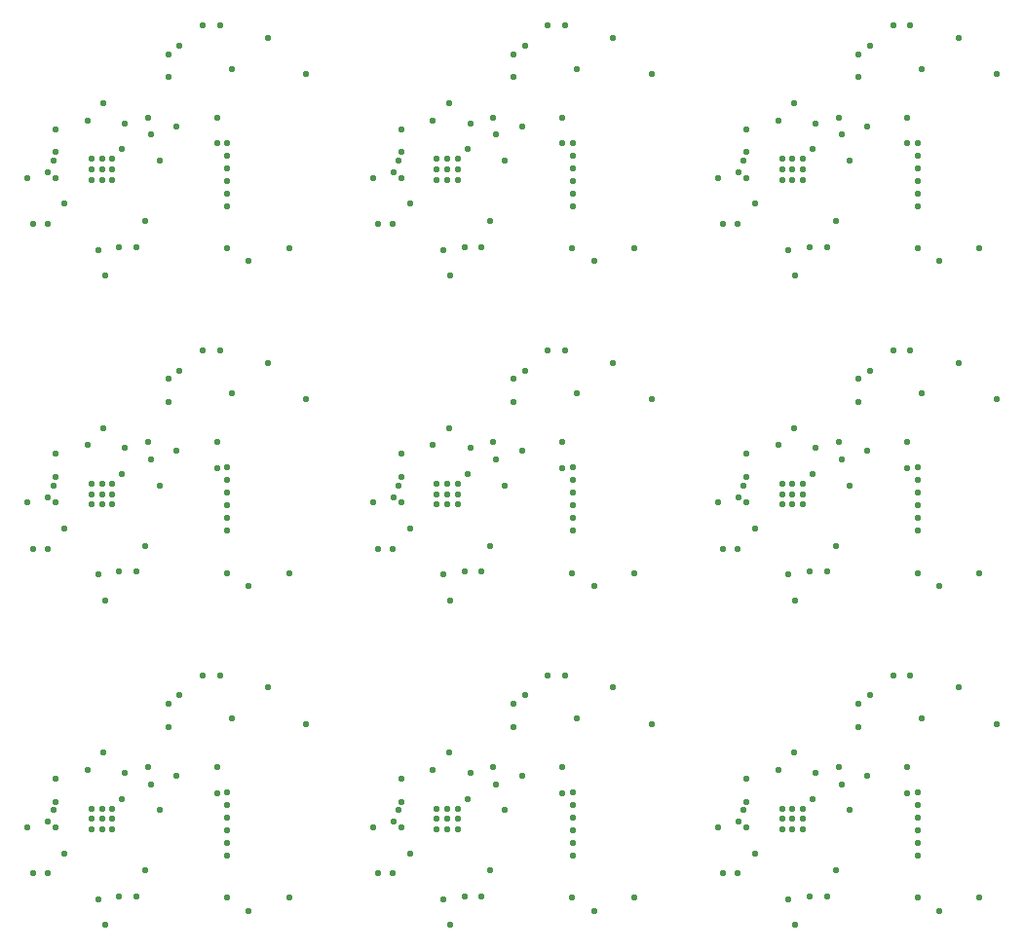
<source format=gbs>
%FSLAX46Y46*%
%MOMM*%
%AMPS10*
1,1,0.550000,0.000000,0.000000*
%
%ADD10PS10*%
G01*
%LPD*%
G01*
%LPD*%
G75*
D10*
X48250000Y43500000D03*
D10*
X51000000Y33250000D03*
D10*
X38250000Y42150000D03*
D10*
X49150000Y42445000D03*
D10*
X39150000Y40350000D03*
D10*
X47000000Y53750000D03*
D10*
X48500000Y53750000D03*
D10*
X34250000Y42750000D03*
D10*
X40000000Y43000000D03*
D10*
X34250000Y40500000D03*
D10*
X33549989Y41000000D03*
D10*
X44000000Y49250000D03*
D10*
X56000000Y49500000D03*
D10*
X37895000Y34250000D03*
D10*
X38500000Y32000000D03*
D10*
X48250000Y45750000D03*
D10*
X39150000Y41250000D03*
D10*
X49500000Y50000000D03*
D10*
X42000000Y36750000D03*
D10*
X37350000Y40350000D03*
D10*
X43250000Y42000000D03*
D10*
X40250000Y45250000D03*
D10*
X38250000Y41250000D03*
D10*
X42250000Y45750000D03*
D10*
X39150000Y42150000D03*
D10*
X35000000Y38250000D03*
D10*
X31780025Y40500000D03*
D10*
X34250000Y44750000D03*
D10*
X42500000Y44250000D03*
D10*
X39750000Y34500000D03*
D10*
X37000000Y45500000D03*
D10*
X38250000Y40350000D03*
D10*
X54500000Y34375000D03*
D10*
X37350000Y41250000D03*
D10*
X38375000Y47000000D03*
D10*
X49150000Y43545000D03*
D10*
X49100000Y34375000D03*
D10*
X49150000Y38045000D03*
D10*
X45000000Y52000000D03*
D10*
X34000000Y42000000D03*
D10*
X49150000Y41345000D03*
D10*
X49150000Y39145000D03*
D10*
X49150000Y40250000D03*
D10*
X33500000Y36500000D03*
D10*
X44750000Y45000000D03*
D10*
X41250000Y34500000D03*
D10*
X52674944Y52675008D03*
D10*
X32250000Y36500000D03*
D10*
X37350000Y42150000D03*
D10*
X44000000Y51250000D03*
D10*
X78250000Y43500000D03*
D10*
X81000000Y33250000D03*
D10*
X68250000Y42150000D03*
D10*
X79150000Y42445000D03*
D10*
X69150000Y40350000D03*
D10*
X77000000Y53750000D03*
D10*
X78500000Y53750000D03*
D10*
X64250000Y42750000D03*
D10*
X70000000Y43000000D03*
D10*
X64250000Y40500000D03*
D10*
X63549989Y41000000D03*
D10*
X74000000Y49250000D03*
D10*
X86000000Y49500000D03*
D10*
X67895000Y34250000D03*
D10*
X68500000Y32000000D03*
D10*
X78250000Y45750000D03*
D10*
X69150000Y41250000D03*
D10*
X79500000Y50000000D03*
D10*
X72000000Y36750000D03*
D10*
X67350000Y40350000D03*
D10*
X73250000Y42000000D03*
D10*
X70250000Y45250000D03*
D10*
X68250000Y41250000D03*
D10*
X72250000Y45750000D03*
D10*
X69150000Y42150000D03*
D10*
X65000000Y38250000D03*
D10*
X61780025Y40500000D03*
D10*
X64250000Y44750000D03*
D10*
X72500000Y44250000D03*
D10*
X69750000Y34500000D03*
D10*
X67000000Y45500000D03*
D10*
X68250000Y40350000D03*
D10*
X84500000Y34375000D03*
D10*
X67350000Y41250000D03*
D10*
X68375000Y47000000D03*
D10*
X79150000Y43545000D03*
D10*
X79100000Y34375000D03*
D10*
X79150000Y38045000D03*
D10*
X75000000Y52000000D03*
D10*
X64000000Y42000000D03*
D10*
X79150000Y41345000D03*
D10*
X79150000Y39145000D03*
D10*
X79150000Y40250000D03*
D10*
X63500000Y36500000D03*
D10*
X74750000Y45000000D03*
D10*
X71250000Y34500000D03*
D10*
X82674944Y52675008D03*
D10*
X62250000Y36500000D03*
D10*
X67350000Y42150000D03*
D10*
X74000000Y51250000D03*
D10*
X78250000Y15250000D03*
D10*
X81000000Y5000000D03*
D10*
X68250000Y13900000D03*
D10*
X79150000Y14195000D03*
D10*
X69150000Y12100000D03*
D10*
X77000000Y25500000D03*
D10*
X78500000Y25500000D03*
D10*
X64250000Y14500000D03*
D10*
X70000000Y14750000D03*
D10*
X64250000Y12250000D03*
D10*
X63549989Y12750000D03*
D10*
X74000000Y21000000D03*
D10*
X86000000Y21250000D03*
D10*
X67895000Y6000000D03*
D10*
X68500000Y3750000D03*
D10*
X78250000Y17500000D03*
D10*
X69150000Y13000000D03*
D10*
X79500000Y21750000D03*
D10*
X72000000Y8500000D03*
D10*
X67350000Y12100000D03*
D10*
X73250000Y13750000D03*
D10*
X70250000Y17000000D03*
D10*
X68250000Y13000000D03*
D10*
X72250000Y17500000D03*
D10*
X69150000Y13900000D03*
D10*
X65000000Y10000000D03*
D10*
X61780025Y12250000D03*
D10*
X64250000Y16500000D03*
D10*
X72500000Y16000000D03*
D10*
X69750000Y6250000D03*
D10*
X67000000Y17250000D03*
D10*
X68250000Y12100000D03*
D10*
X84500000Y6125000D03*
D10*
X67350000Y13000000D03*
D10*
X68375000Y18750000D03*
D10*
X79150000Y15295000D03*
D10*
X79100000Y6125000D03*
D10*
X79150000Y9795000D03*
D10*
X75000000Y23750000D03*
D10*
X64000000Y13750000D03*
D10*
X79150000Y13095000D03*
D10*
X79150000Y10895000D03*
D10*
X79150000Y12000000D03*
D10*
X63500000Y8250000D03*
D10*
X74750000Y16750000D03*
D10*
X71250000Y6250000D03*
D10*
X82674944Y24425008D03*
D10*
X62250000Y8250000D03*
D10*
X67350000Y13900000D03*
D10*
X74000000Y23000000D03*
D10*
X48250000Y71750000D03*
D10*
X51000000Y61500000D03*
D10*
X38250000Y70400000D03*
D10*
X49150000Y70695000D03*
D10*
X39150000Y68600000D03*
D10*
X47000000Y82000000D03*
D10*
X48500000Y82000000D03*
D10*
X34250000Y71000000D03*
D10*
X40000000Y71250000D03*
D10*
X34250000Y68750000D03*
D10*
X33549989Y69250000D03*
D10*
X44000000Y77500000D03*
D10*
X56000000Y77750000D03*
D10*
X37895000Y62500000D03*
D10*
X38500000Y60250000D03*
D10*
X48250000Y74000000D03*
D10*
X39150000Y69500000D03*
D10*
X49500000Y78250000D03*
D10*
X42000000Y65000000D03*
D10*
X37350000Y68600000D03*
D10*
X43250000Y70250000D03*
D10*
X40250000Y73500000D03*
D10*
X38250000Y69500000D03*
D10*
X42250000Y74000000D03*
D10*
X39150000Y70400000D03*
D10*
X35000000Y66500000D03*
D10*
X31780025Y68750000D03*
D10*
X34250000Y73000000D03*
D10*
X42500000Y72500000D03*
D10*
X39750000Y62750000D03*
D10*
X37000000Y73750000D03*
D10*
X38250000Y68600000D03*
D10*
X54500000Y62625000D03*
D10*
X37350000Y69500000D03*
D10*
X38375000Y75250000D03*
D10*
X49150000Y71795000D03*
D10*
X49100000Y62625000D03*
D10*
X49150000Y66295000D03*
D10*
X45000000Y80250000D03*
D10*
X34000000Y70250000D03*
D10*
X49150000Y69595000D03*
D10*
X49150000Y67395000D03*
D10*
X49150000Y68500000D03*
D10*
X33500000Y64750000D03*
D10*
X44750000Y73250000D03*
D10*
X41250000Y62750000D03*
D10*
X52674944Y80925008D03*
D10*
X32250000Y64750000D03*
D10*
X37350000Y70400000D03*
D10*
X44000000Y79500000D03*
D10*
X18250000Y71750000D03*
D10*
X21000000Y61500000D03*
D10*
X8250000Y70400000D03*
D10*
X19150000Y70695000D03*
D10*
X9150000Y68600000D03*
D10*
X17000000Y82000000D03*
D10*
X18500000Y82000000D03*
D10*
X4250000Y71000000D03*
D10*
X10000000Y71250000D03*
D10*
X4250000Y68750000D03*
D10*
X3549989Y69250000D03*
D10*
X14000000Y77500000D03*
D10*
X26000000Y77750000D03*
D10*
X7895000Y62500000D03*
D10*
X8500000Y60250000D03*
D10*
X18250000Y74000000D03*
D10*
X9150000Y69500000D03*
D10*
X19500000Y78250000D03*
D10*
X12000000Y65000000D03*
D10*
X7350000Y68600000D03*
D10*
X13250000Y70250000D03*
D10*
X10250000Y73500000D03*
D10*
X8250000Y69500000D03*
D10*
X12250000Y74000000D03*
D10*
X9150000Y70400000D03*
D10*
X5000000Y66500000D03*
D10*
X1780025Y68750000D03*
D10*
X4250000Y73000000D03*
D10*
X12500000Y72500000D03*
D10*
X9750000Y62750000D03*
D10*
X7000000Y73750000D03*
D10*
X8250000Y68600000D03*
D10*
X24500000Y62625000D03*
D10*
X7350000Y69500000D03*
D10*
X8375000Y75250000D03*
D10*
X19150000Y71795000D03*
D10*
X19100000Y62625000D03*
D10*
X19150000Y66295000D03*
D10*
X15000000Y80250000D03*
D10*
X4000000Y70250000D03*
D10*
X19150000Y69595000D03*
D10*
X19150000Y67395000D03*
D10*
X19150000Y68500000D03*
D10*
X3500000Y64750000D03*
D10*
X14750000Y73250000D03*
D10*
X11250000Y62750000D03*
D10*
X22674944Y80925008D03*
D10*
X2250000Y64750000D03*
D10*
X7350000Y70400000D03*
D10*
X14000000Y79500000D03*
D10*
X18250000Y43500000D03*
D10*
X21000000Y33250000D03*
D10*
X8250000Y42150000D03*
D10*
X19150000Y42445000D03*
D10*
X9150000Y40350000D03*
D10*
X17000000Y53750000D03*
D10*
X18500000Y53750000D03*
D10*
X4250000Y42750000D03*
D10*
X10000000Y43000000D03*
D10*
X4250000Y40500000D03*
D10*
X3549989Y41000000D03*
D10*
X14000000Y49250000D03*
D10*
X26000000Y49500000D03*
D10*
X7895000Y34250000D03*
D10*
X8500000Y32000000D03*
D10*
X18250000Y45750000D03*
D10*
X9150000Y41250000D03*
D10*
X19500000Y50000000D03*
D10*
X12000000Y36750000D03*
D10*
X7350000Y40350000D03*
D10*
X13250000Y42000000D03*
D10*
X10250000Y45250000D03*
D10*
X8250000Y41250000D03*
D10*
X12250000Y45750000D03*
D10*
X9150000Y42150000D03*
D10*
X5000000Y38250000D03*
D10*
X1780025Y40500000D03*
D10*
X4250000Y44750000D03*
D10*
X12500000Y44250000D03*
D10*
X9750000Y34500000D03*
D10*
X7000000Y45500000D03*
D10*
X8250000Y40350000D03*
D10*
X24500000Y34375000D03*
D10*
X7350000Y41250000D03*
D10*
X8375000Y47000000D03*
D10*
X19150000Y43545000D03*
D10*
X19100000Y34375000D03*
D10*
X19150000Y38045000D03*
D10*
X15000000Y52000000D03*
D10*
X4000000Y42000000D03*
D10*
X19150000Y41345000D03*
D10*
X19150000Y39145000D03*
D10*
X19150000Y40250000D03*
D10*
X3500000Y36500000D03*
D10*
X14750000Y45000000D03*
D10*
X11250000Y34500000D03*
D10*
X22674944Y52675008D03*
D10*
X2250000Y36500000D03*
D10*
X7350000Y42150000D03*
D10*
X14000000Y51250000D03*
D10*
X48250000Y15250000D03*
D10*
X51000000Y5000000D03*
D10*
X38250000Y13900000D03*
D10*
X49150000Y14195000D03*
D10*
X39150000Y12100000D03*
D10*
X47000000Y25500000D03*
D10*
X48500000Y25500000D03*
D10*
X34250000Y14500000D03*
D10*
X40000000Y14750000D03*
D10*
X34250000Y12250000D03*
D10*
X33549989Y12750000D03*
D10*
X44000000Y21000000D03*
D10*
X56000000Y21250000D03*
D10*
X37895000Y6000000D03*
D10*
X38500000Y3750000D03*
D10*
X48250000Y17500000D03*
D10*
X39150000Y13000000D03*
D10*
X49500000Y21750000D03*
D10*
X42000000Y8500000D03*
D10*
X37350000Y12100000D03*
D10*
X43250000Y13750000D03*
D10*
X40250000Y17000000D03*
D10*
X38250000Y13000000D03*
D10*
X42250000Y17500000D03*
D10*
X39150000Y13900000D03*
D10*
X35000000Y10000000D03*
D10*
X31780025Y12250000D03*
D10*
X34250000Y16500000D03*
D10*
X42500000Y16000000D03*
D10*
X39750000Y6250000D03*
D10*
X37000000Y17250000D03*
D10*
X38250000Y12100000D03*
D10*
X54500000Y6125000D03*
D10*
X37350000Y13000000D03*
D10*
X38375000Y18750000D03*
D10*
X49150000Y15295000D03*
D10*
X49100000Y6125000D03*
D10*
X49150000Y9795000D03*
D10*
X45000000Y23750000D03*
D10*
X34000000Y13750000D03*
D10*
X49150000Y13095000D03*
D10*
X49150000Y10895000D03*
D10*
X49150000Y12000000D03*
D10*
X33500000Y8250000D03*
D10*
X44750000Y16750000D03*
D10*
X41250000Y6250000D03*
D10*
X52674944Y24425008D03*
D10*
X32250000Y8250000D03*
D10*
X37350000Y13900000D03*
D10*
X44000000Y23000000D03*
D10*
X18250000Y15250000D03*
D10*
X21000000Y5000000D03*
D10*
X8250000Y13900000D03*
D10*
X19150000Y14195000D03*
D10*
X9150000Y12100000D03*
D10*
X17000000Y25500000D03*
D10*
X18500000Y25500000D03*
D10*
X4250000Y14500000D03*
D10*
X10000000Y14750000D03*
D10*
X4250000Y12250000D03*
D10*
X3549989Y12750000D03*
D10*
X14000000Y21000000D03*
D10*
X26000000Y21250000D03*
D10*
X7895000Y6000000D03*
D10*
X8500000Y3750000D03*
D10*
X18250000Y17500000D03*
D10*
X9150000Y13000000D03*
D10*
X19500000Y21750000D03*
D10*
X12000000Y8500000D03*
D10*
X7350000Y12100000D03*
D10*
X13250000Y13750000D03*
D10*
X10250000Y17000000D03*
D10*
X8250000Y13000000D03*
D10*
X12250000Y17500000D03*
D10*
X9150000Y13900000D03*
D10*
X5000000Y10000000D03*
D10*
X1780025Y12250000D03*
D10*
X4250000Y16500000D03*
D10*
X12500000Y16000000D03*
D10*
X9750000Y6250000D03*
D10*
X7000000Y17250000D03*
D10*
X8250000Y12100000D03*
D10*
X24500000Y6125000D03*
D10*
X7350000Y13000000D03*
D10*
X8375000Y18750000D03*
D10*
X19150000Y15295000D03*
D10*
X19100000Y6125000D03*
D10*
X19150000Y9795000D03*
D10*
X15000000Y23750000D03*
D10*
X4000000Y13750000D03*
D10*
X19150000Y13095000D03*
D10*
X19150000Y10895000D03*
D10*
X19150000Y12000000D03*
D10*
X3500000Y8250000D03*
D10*
X14750000Y16750000D03*
D10*
X11250000Y6250000D03*
D10*
X22674944Y24425008D03*
D10*
X2250000Y8250000D03*
D10*
X7350000Y13900000D03*
D10*
X14000000Y23000000D03*
D10*
X78250000Y71750000D03*
D10*
X81000000Y61500000D03*
D10*
X68250000Y70400000D03*
D10*
X79150000Y70695000D03*
D10*
X69150000Y68600000D03*
D10*
X77000000Y82000000D03*
D10*
X78500000Y82000000D03*
D10*
X64250000Y71000000D03*
D10*
X70000000Y71250000D03*
D10*
X64250000Y68750000D03*
D10*
X63549989Y69250000D03*
D10*
X74000000Y77500000D03*
D10*
X86000000Y77750000D03*
D10*
X67895000Y62500000D03*
D10*
X68500000Y60250000D03*
D10*
X78250000Y74000000D03*
D10*
X69150000Y69500000D03*
D10*
X79500000Y78250000D03*
D10*
X72000000Y65000000D03*
D10*
X67350000Y68600000D03*
D10*
X73250000Y70250000D03*
D10*
X70250000Y73500000D03*
D10*
X68250000Y69500000D03*
D10*
X72250000Y74000000D03*
D10*
X69150000Y70400000D03*
D10*
X65000000Y66500000D03*
D10*
X61780025Y68750000D03*
D10*
X64250000Y73000000D03*
D10*
X72500000Y72500000D03*
D10*
X69750000Y62750000D03*
D10*
X67000000Y73750000D03*
D10*
X68250000Y68600000D03*
D10*
X84500000Y62625000D03*
D10*
X67350000Y69500000D03*
D10*
X68375000Y75250000D03*
D10*
X79150000Y71795000D03*
D10*
X79100000Y62625000D03*
D10*
X79150000Y66295000D03*
D10*
X75000000Y80250000D03*
D10*
X64000000Y70250000D03*
D10*
X79150000Y69595000D03*
D10*
X79150000Y67395000D03*
D10*
X79150000Y68500000D03*
D10*
X63500000Y64750000D03*
D10*
X74750000Y73250000D03*
D10*
X71250000Y62750000D03*
D10*
X82674944Y80925008D03*
D10*
X62250000Y64750000D03*
D10*
X67350000Y70400000D03*
D10*
X74000000Y79500000D03*
M02*

</source>
